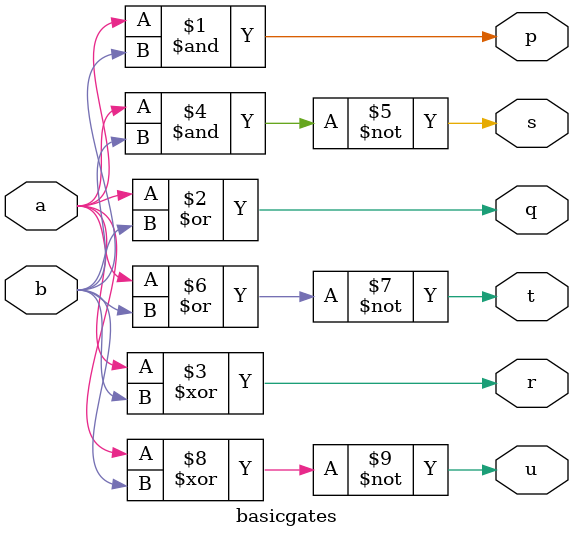
<source format=v>
module basicgates(p,q,r,s,t,u,a,b);
	output p,q,r,s,t,u;
	input a,b;
	and(p,a,b);
	or(q,a,b);
	xor(r,a,b);
	nand(s,a,b);
	nor(t,a,b);
	xnor(u,a,b);
endmodule

</source>
